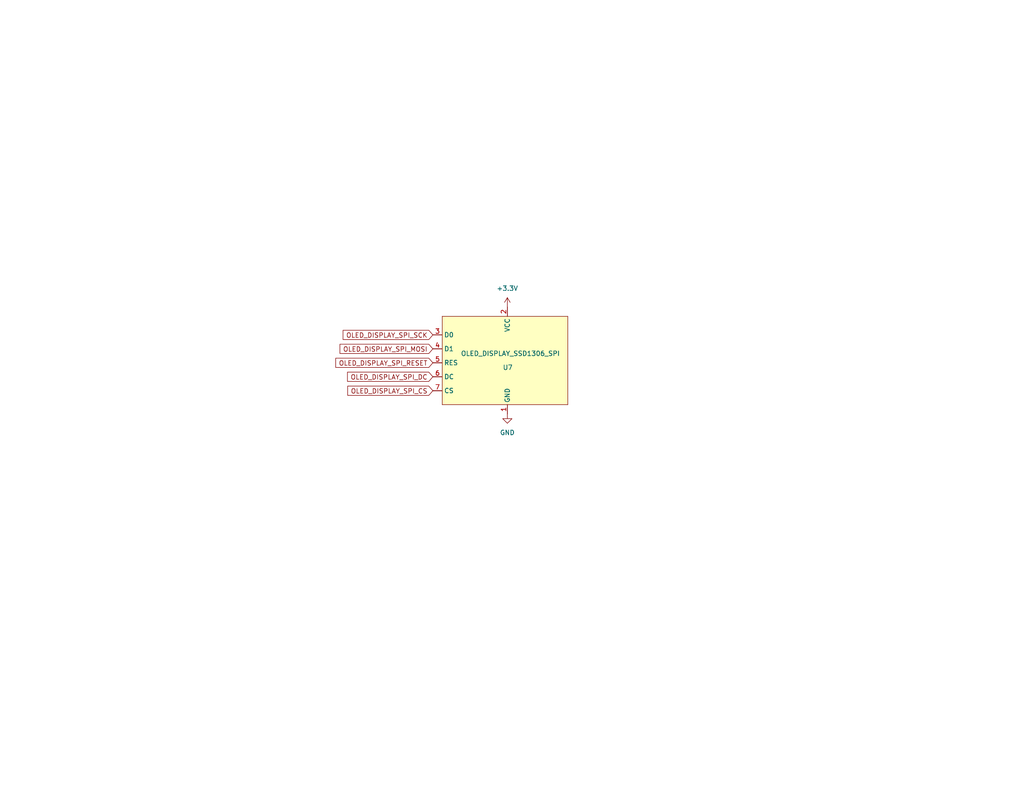
<source format=kicad_sch>
(kicad_sch (version 20250114) (generator "eeschema") (generator_version "9.0")
  (paper "USLetter")
  (title_block (title "Daisy Seed Guitar Pedal 125B") (date "2024-02-25") (rev "6") (company "Made by Keith Shepherd (kshep@mac.com)"))
  (lib_symbols
    (symbol "GuitarPedal125B:OLED_DISPLAY_SSD1306_SPI"
      (property "Reference" "U" (at 0 2.54 0))
      (property "Value" "OLED_DISPLAY_SSD1306_SPI" (at 1.27 8.89 0))
      (symbol "OLED_DISPLAY_SSD1306_SPI_0_1"
        (rectangle (start -17.78 16.51) (end 16.51 -7.62) (fill (type background)))
      )
      (symbol "OLED_DISPLAY_SSD1306_SPI_1_1"
        (pin input line (at -20.32 11.43 0) (length 2.54) (name "D0") (number "3"))
        (pin input line (at -20.32 7.62 0) (length 2.54) (name "D1") (number "4"))
        (pin input line (at -20.32 3.81 0) (length 2.54) (name "RES") (number "5"))
        (pin input line (at -20.32 0 0) (length 2.54) (name "DC") (number "6"))
        (pin input line (at -20.32 -3.81 0) (length 2.54) (name "CS") (number "7"))
        (pin power_in line (at 0 19.05 270) (length 2.54) (name "VCC") (number "2"))
        (pin power_in line (at 0 -10.16 90) (length 2.54) (name "GND") (number "1"))
      )
    )
    (symbol "power:+3.3V" (power) (pin_names (offset 0))
      (property "Value" "+3.3V" (at 0 3.556 0))
      (symbol "+3.3V_0_1"
        (polyline (pts (xy -0.762 1.27) (xy 0 2.54)))
        (polyline (pts (xy 0 2.54) (xy 0.762 1.27)))
        (polyline (pts (xy 0 0) (xy 0 2.54)))
      )
      (symbol "+3.3V_1_1"
        (pin power_in line (at 0 0 90) (length 0) (hide yes) (name "+3.3V") (number "1"))
      )
    )
    (symbol "power:GND" (power) (pin_names (offset 0))
      (property "Value" "GND" (at 0 -3.81 0))
      (symbol "GND_0_1"
        (polyline (pts (xy 0 0) (xy 0 -1.27) (xy 1.27 -1.27) (xy 0 -2.54) (xy -1.27 -1.27) (xy 0 -1.27)))
      )
      (symbol "GND_1_1"
        (pin power_in line (at 0 0 270) (length 0) (hide yes) (name "GND") (number "1"))
      )
    )
  )
  (global_label "OLED_DISPLAY_SPI_RESET" (shape input) (at 118.11 99.06 180) (property "Intersheetrefs" "${INTERSHEET_REFS}" (effects (hide yes))))
  (global_label "OLED_DISPLAY_SPI_CS" (shape input) (at 118.11 106.68 180) (property "Intersheetrefs" "${INTERSHEET_REFS}" (effects (hide yes))))
  (global_label "OLED_DISPLAY_SPI_DC" (shape input) (at 118.11 102.87 180) (property "Intersheetrefs" "${INTERSHEET_REFS}" (effects (hide yes))))
  (global_label "OLED_DISPLAY_SPI_MOSI" (shape input) (at 118.11 95.25 180) (property "Intersheetrefs" "${INTERSHEET_REFS}" (effects (hide yes))))
  (global_label "OLED_DISPLAY_SPI_SCK" (shape input) (at 118.11 91.44 180) (property "Intersheetrefs" "${INTERSHEET_REFS}" (effects (hide yes))))
  (symbol (lib_id "power:GND") (at 138.43 113.03 0) (unit 1)
    (property "Reference" "#PWR045" (effects (hide yes)))
    (property "Value" "GND" (at 138.43 118.11 0))
  )
  (symbol (lib_id "GuitarPedal125B:OLED_DISPLAY_SSD1306_SPI") (at 138.43 102.87 0) (unit 1)
    (property "Reference" "U7" (at 137.16 100.33 0) (effects (justify left)))
    (property "Value" "OLED_DISPLAY_SSD1306_SPI" (at 125.73 96.52 0) (effects (justify left)))
    (property "Footprint" "GuitarPedal125B:HiLetgo_OLED_SPI" (effects (hide yes)))
  )
  (symbol (lib_id "power:+3.3V") (at 138.43 83.82 0) (unit 1)
    (property "Reference" "#PWR044" (effects (hide yes)))
    (property "Value" "+3.3V" (at 138.43 78.74 0))
  )
)
</source>
